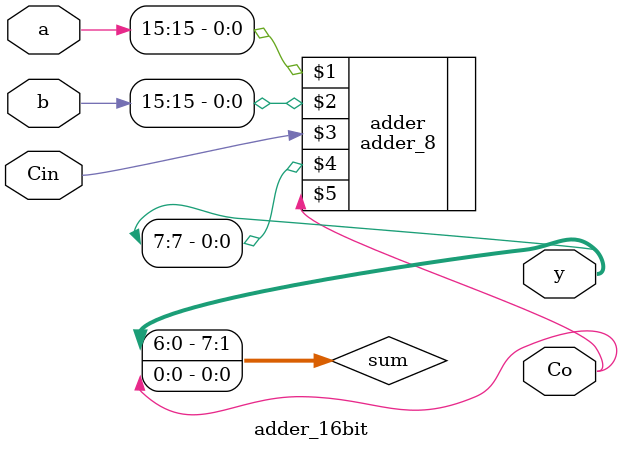
<source format=v>
module adder_16bit (
    input wire [15:0] a,
    input wire [15:0] b,
    input wire Cin,
    output wire [15:0] y,
    output wire Co
);

wire [7:0] sum;
adder_8 adder (a[15],b[15],Cin,y[7],Co);
assign {y[6:0],Co} = sum[7:0];

endmodule
</source>
